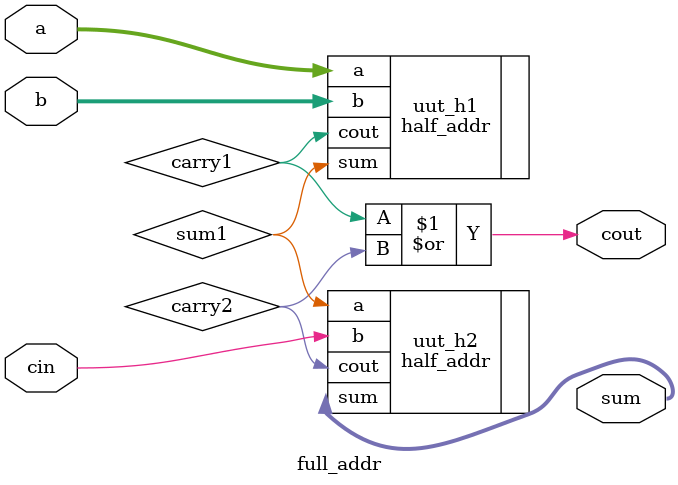
<source format=v>
module full_addr(
    input [31:0] a,
    input [31:0] b, 
    input cin,
    output [31:0] sum, 
    output cout
);

wire sum1;
wire carry1, carry2;

half_addr uut_h1(
    .a(a),
    .b(b),
    .sum(sum1),
    .cout(carry1)
);

half_addr uut_h2(
    .a(sum1),
    .b(cin),
    .sum(sum),
    .cout(carry2)
);

assign cout = carry1|carry2;

endmodule
</source>
